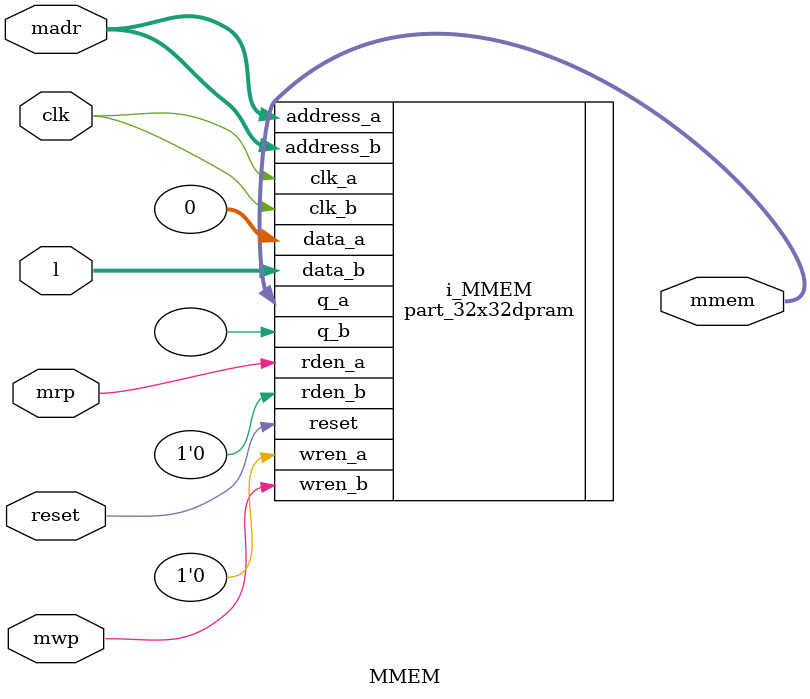
<source format=v>

module MMEM(clk, reset, mrp, mwp, madr, l, mmem);

   input clk;
   input reset;

   input [31:0] l;
   input [4:0] madr;
   input mrp;
   input mwp;
   output [31:0] mmem;

   ////////////////////////////////////////////////////////////////////////////////

   part_32x32dpram i_MMEM(.reset(reset), .clk_a(clk), .address_a(madr), .data_a(32'b0), .q_a(mmem), .wren_a(1'b0), .rden_a(mrp), .clk_b(clk), .address_b(madr), .data_b(l), .q_b(), .wren_b(mwp), .rden_b(1'b0));

endmodule

</source>
